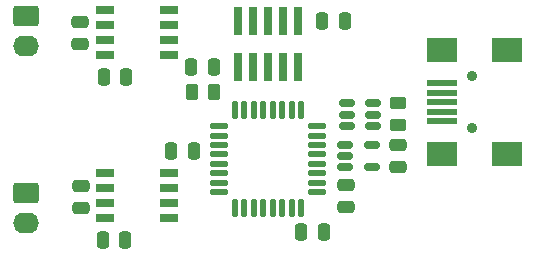
<source format=gbr>
%TF.GenerationSoftware,KiCad,Pcbnew,8.0.6*%
%TF.CreationDate,2025-02-16T10:37:52+01:00*%
%TF.ProjectId,USBTempLogger,55534254-656d-4704-9c6f-676765722e6b,rev?*%
%TF.SameCoordinates,Original*%
%TF.FileFunction,Soldermask,Top*%
%TF.FilePolarity,Negative*%
%FSLAX46Y46*%
G04 Gerber Fmt 4.6, Leading zero omitted, Abs format (unit mm)*
G04 Created by KiCad (PCBNEW 8.0.6) date 2025-02-16 10:37:52*
%MOMM*%
%LPD*%
G01*
G04 APERTURE LIST*
G04 Aperture macros list*
%AMRoundRect*
0 Rectangle with rounded corners*
0 $1 Rounding radius*
0 $2 $3 $4 $5 $6 $7 $8 $9 X,Y pos of 4 corners*
0 Add a 4 corners polygon primitive as box body*
4,1,4,$2,$3,$4,$5,$6,$7,$8,$9,$2,$3,0*
0 Add four circle primitives for the rounded corners*
1,1,$1+$1,$2,$3*
1,1,$1+$1,$4,$5*
1,1,$1+$1,$6,$7*
1,1,$1+$1,$8,$9*
0 Add four rect primitives between the rounded corners*
20,1,$1+$1,$2,$3,$4,$5,0*
20,1,$1+$1,$4,$5,$6,$7,0*
20,1,$1+$1,$6,$7,$8,$9,0*
20,1,$1+$1,$8,$9,$2,$3,0*%
G04 Aperture macros list end*
%ADD10RoundRect,0.250000X-0.250000X-0.475000X0.250000X-0.475000X0.250000X0.475000X-0.250000X0.475000X0*%
%ADD11C,0.900000*%
%ADD12R,2.500000X0.500000*%
%ADD13R,2.500000X2.000000*%
%ADD14R,1.525000X0.650000*%
%ADD15RoundRect,0.250000X-0.475000X0.250000X-0.475000X-0.250000X0.475000X-0.250000X0.475000X0.250000X0*%
%ADD16RoundRect,0.250000X-0.845000X0.620000X-0.845000X-0.620000X0.845000X-0.620000X0.845000X0.620000X0*%
%ADD17O,2.190000X1.740000*%
%ADD18RoundRect,0.250000X0.450000X-0.262500X0.450000X0.262500X-0.450000X0.262500X-0.450000X-0.262500X0*%
%ADD19R,0.740000X2.400000*%
%ADD20RoundRect,0.250000X0.250000X0.475000X-0.250000X0.475000X-0.250000X-0.475000X0.250000X-0.475000X0*%
%ADD21RoundRect,0.150000X-0.512500X-0.150000X0.512500X-0.150000X0.512500X0.150000X-0.512500X0.150000X0*%
%ADD22RoundRect,0.125000X-0.625000X-0.125000X0.625000X-0.125000X0.625000X0.125000X-0.625000X0.125000X0*%
%ADD23RoundRect,0.125000X-0.125000X-0.625000X0.125000X-0.625000X0.125000X0.625000X-0.125000X0.625000X0*%
%ADD24RoundRect,0.250000X0.262500X0.450000X-0.262500X0.450000X-0.262500X-0.450000X0.262500X-0.450000X0*%
G04 APERTURE END LIST*
D10*
%TO.C,C4*%
X165200000Y-88000000D03*
X167100000Y-88000000D03*
%TD*%
%TO.C,C9*%
X146700000Y-92800000D03*
X148600000Y-92800000D03*
%TD*%
D11*
%TO.C,J3*%
X177900000Y-97100000D03*
X177900000Y-92700000D03*
D12*
X175300000Y-96500000D03*
X175300000Y-95700000D03*
X175300000Y-94900000D03*
X175300000Y-94100000D03*
X175300000Y-93300000D03*
D13*
X175300000Y-99300000D03*
X180800000Y-99300000D03*
X175300000Y-90500000D03*
X180800000Y-90500000D03*
%TD*%
D14*
%TO.C,IC2*%
X146800000Y-100860000D03*
X146800000Y-102130000D03*
X146800000Y-103400000D03*
X146800000Y-104670000D03*
X152224000Y-104670000D03*
X152224000Y-103400000D03*
X152224000Y-102130000D03*
X152224000Y-100860000D03*
%TD*%
D15*
%TO.C,C10*%
X144800000Y-102000000D03*
X144800000Y-103900000D03*
%TD*%
D16*
%TO.C,J4*%
X140100000Y-102560000D03*
D17*
X140100000Y-105100000D03*
%TD*%
D18*
%TO.C,R2*%
X171625000Y-96825000D03*
X171625000Y-95000000D03*
%TD*%
D19*
%TO.C,J2*%
X158060000Y-91900000D03*
X158060000Y-88000000D03*
X159330000Y-91900000D03*
X159330000Y-88000000D03*
X160600000Y-91900000D03*
X160600000Y-88000000D03*
X161870000Y-91900000D03*
X161870000Y-88000000D03*
X163140000Y-91900000D03*
X163140000Y-88000000D03*
%TD*%
D20*
%TO.C,C3*%
X154300000Y-99000000D03*
X152400000Y-99000000D03*
%TD*%
D10*
%TO.C,C8*%
X146600000Y-106600000D03*
X148500000Y-106600000D03*
%TD*%
D15*
%TO.C,C7*%
X167200000Y-101900000D03*
X167200000Y-103800000D03*
%TD*%
D20*
%TO.C,C6*%
X156000000Y-91900000D03*
X154100000Y-91900000D03*
%TD*%
D14*
%TO.C,IC1*%
X146788000Y-87095000D03*
X146788000Y-88365000D03*
X146788000Y-89635000D03*
X146788000Y-90905000D03*
X152212000Y-90905000D03*
X152212000Y-89635000D03*
X152212000Y-88365000D03*
X152212000Y-87095000D03*
%TD*%
D21*
%TO.C,U2*%
X167250000Y-95000000D03*
X167250000Y-95950000D03*
X167250000Y-96900000D03*
X169525000Y-96900000D03*
X169525000Y-95950000D03*
X169525000Y-95000000D03*
%TD*%
D20*
%TO.C,C2*%
X165300000Y-105900000D03*
X163400000Y-105900000D03*
%TD*%
D22*
%TO.C,U1*%
X156425000Y-96925000D03*
X156425000Y-97725000D03*
X156425000Y-98525000D03*
X156425000Y-99325000D03*
X156425000Y-100125000D03*
X156425000Y-100925000D03*
X156425000Y-101725000D03*
X156425000Y-102525000D03*
D23*
X157800000Y-103900000D03*
X158600000Y-103900000D03*
X159400000Y-103900000D03*
X160200000Y-103900000D03*
X161000000Y-103900000D03*
X161800000Y-103900000D03*
X162600000Y-103900000D03*
X163400000Y-103900000D03*
D22*
X164775000Y-102525000D03*
X164775000Y-101725000D03*
X164775000Y-100925000D03*
X164775000Y-100125000D03*
X164775000Y-99325000D03*
X164775000Y-98525000D03*
X164775000Y-97725000D03*
X164775000Y-96925000D03*
D23*
X163400000Y-95550000D03*
X162600000Y-95550000D03*
X161800000Y-95550000D03*
X161000000Y-95550000D03*
X160200000Y-95550000D03*
X159400000Y-95550000D03*
X158600000Y-95550000D03*
X157800000Y-95550000D03*
%TD*%
D21*
%TO.C,U3*%
X167150000Y-98500000D03*
X167150000Y-99450000D03*
X167150000Y-100400000D03*
X169425000Y-100400000D03*
X169425000Y-98500000D03*
%TD*%
D24*
%TO.C,R1*%
X156000000Y-94000000D03*
X154175000Y-94000000D03*
%TD*%
D15*
%TO.C,C5*%
X171625000Y-98500000D03*
X171625000Y-100400000D03*
%TD*%
D16*
%TO.C,J1*%
X140080000Y-87630000D03*
D17*
X140080000Y-90170000D03*
%TD*%
D15*
%TO.C,C1*%
X144700000Y-88100000D03*
X144700000Y-90000000D03*
%TD*%
M02*

</source>
